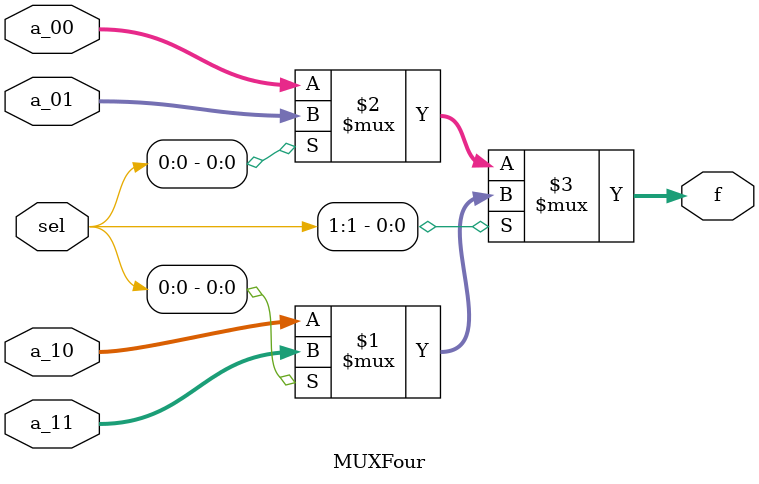
<source format=v>
/*******************************************************************
*
* Module: MUXFour.v
* Project: Processor
* Authors: Anas A. Ibrahim - anas2@aucegypt.edu, Ibrahim Gohar - 
abdelmaksou@aucegypt.edu

* Description: MUX between four different inputs with 2 select lines
*
* Change history: 06/11/2022 - Coded down 
*
**********************************************************************/
module MUXFour #(parameter n = 32) (
    input[n - 1 : 0] a_00, 
    input[n - 1 : 0] a_01, 
    input[n - 1 : 0] a_10,
    input[n - 1 : 0] a_11,
    input[1 : 0] sel, 
    output[n - 1 : 0] f
);
    
    assign f = (sel[1] ? (sel[0] ? a_11 : a_10) : (sel[0] ? a_01 : a_00));
endmodule
</source>
